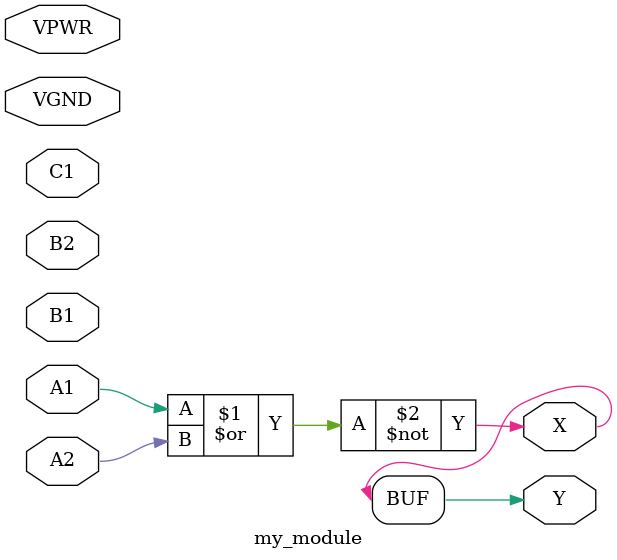
<source format=v>

module my_module (
    X   ,
    A1  ,
    A2  ,
    B1  ,
    B2  ,
    C1  ,
    VPWR,
    VGND,
    Y
);

    output X   ;
    input  A1  ;
    input  A2  ;
    input  B1  ;
    input  B2  ;
    input  C1  ;
    input  VPWR;
    input  VGND;
    output Y;

    nor  (X, A1, A2);
    buf  (Y, X);

endmodule

</source>
